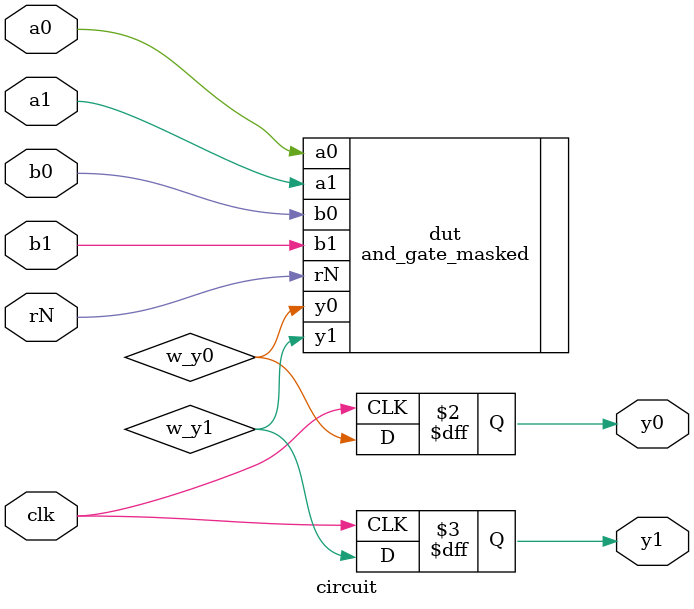
<source format=v>
module circuit (
    input  wire clk,

    input  wire a0,
    input  wire a1,
    input  wire b0,
    input  wire b1,
    input  wire rN,

    output reg  y0,
    output reg  y1
);

    wire w_y0;
    wire w_y1;

    and_gate_masked dut (
        .a0(a0),
        .a1(a1),
        .b0(b0),
        .b1(b1),
        .rN(rN),
        .y0(w_y0),
        .y1(w_y1)
    );

    // Register outputs for synchronous leakage analysis
    always @(posedge clk) begin
        y0 <= w_y0;
        y1 <= w_y1;
    end

endmodule

</source>
